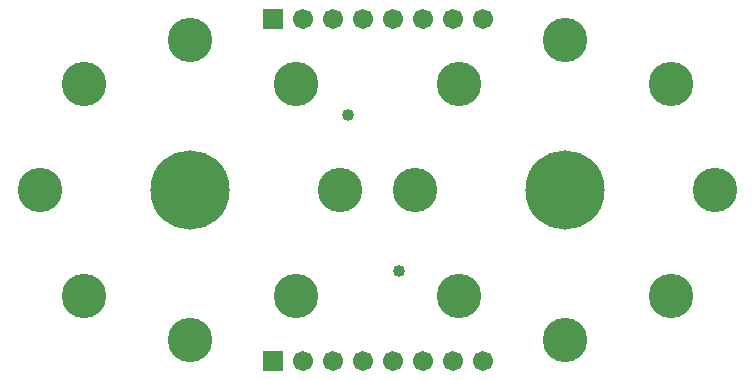
<source format=gts>
G75*
%MOIN*%
%OFA0B0*%
%FSLAX25Y25*%
%IPPOS*%
%LPD*%
%AMOC8*
5,1,8,0,0,1.08239X$1,22.5*
%
%ADD10C,0.26400*%
%ADD11R,0.06700X0.06700*%
%ADD12C,0.06700*%
%ADD13C,0.14800*%
%ADD14C,0.04000*%
D10*
X0064000Y0064000D03*
X0189000Y0064000D03*
D11*
X0091500Y0121000D03*
X0091500Y0007000D03*
D12*
X0101500Y0007000D03*
X0111500Y0007000D03*
X0121500Y0007000D03*
X0131500Y0007000D03*
X0141500Y0007000D03*
X0151500Y0007000D03*
X0161500Y0007000D03*
X0161500Y0121000D03*
X0151500Y0121000D03*
X0141500Y0121000D03*
X0131500Y0121000D03*
X0121500Y0121000D03*
X0111500Y0121000D03*
X0101500Y0121000D03*
D13*
X0028645Y0028645D03*
X0064000Y0014000D03*
X0099355Y0028645D03*
X0153645Y0028645D03*
X0189000Y0014000D03*
X0224355Y0028645D03*
X0239000Y0064000D03*
X0224355Y0099355D03*
X0189000Y0114000D03*
X0153645Y0099355D03*
X0099355Y0099355D03*
X0064000Y0114000D03*
X0028645Y0099355D03*
X0014000Y0064000D03*
X0114000Y0064000D03*
X0139000Y0064000D03*
D14*
X0116687Y0088813D03*
X0133500Y0037000D03*
M02*

</source>
